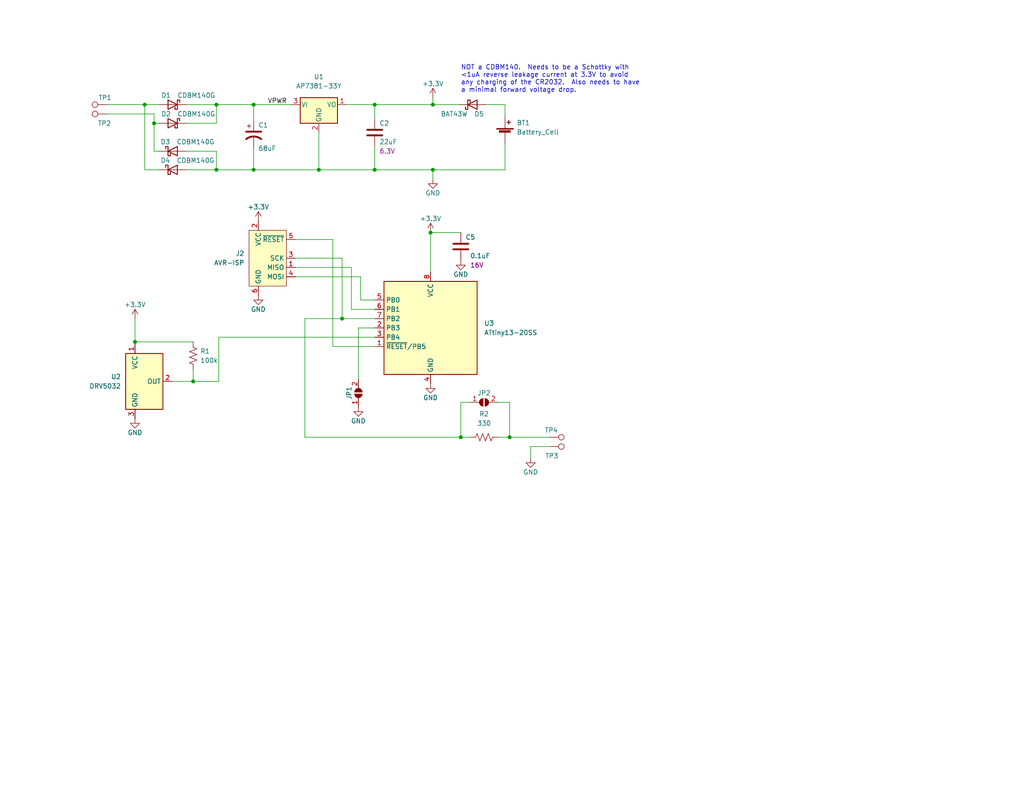
<source format=kicad_sch>
(kicad_sch (version 20211123) (generator eeschema)
  (paper "USLetter")
  (title_block (title "MSS Crossover Block Detector") (company "Iowa Scaled Engineering"))
  (lib_symbols
    (symbol "Connector:TestPoint" (pin_numbers hide) (pin_names (offset 0.762) hide)
      (property "Reference" "TP" (at 0 6.858 0))
      (property "Value" "TestPoint" (at 0 5.08 0))
      (symbol "TestPoint_0_1"
        (circle (center 0 3.302) (radius 0.762))
      )
      (symbol "TestPoint_1_1"
        (pin passive line (at 0 0 90) (length 2.54) (name "1") (number "1"))
      )
    )
    (symbol "Device:Battery_Cell" (pin_numbers hide) (pin_names (offset 0) hide)
      (property "Reference" "BT" (at 2.54 2.54 0))
      (property "Value" "Battery_Cell" (at 2.54 0 0))
      (symbol "Battery_Cell_0_1"
        (rectangle (start -2.286 1.778) (end 2.286 1.524) (fill (type outline)))
        (rectangle (start -1.5748 1.1938) (end 1.4732 0.6858) (fill (type outline)))
        (polyline (pts (xy 0 0.762) (xy 0 0)))
        (polyline (pts (xy 0 1.778) (xy 0 2.54)))
        (polyline (pts (xy 0.508 3.429) (xy 1.524 3.429)) (stroke (width 0.254)))
        (polyline (pts (xy 1.016 3.937) (xy 1.016 2.921)) (stroke (width 0.254)))
      )
      (symbol "Battery_Cell_1_1"
        (pin passive line (at 0 5.08 270) (length 2.54) (name "+") (number "1"))
        (pin passive line (at 0 -2.54 90) (length 2.54) (name "-") (number "2"))
      )
    )
    (symbol "Device:C" (pin_numbers hide) (pin_names (offset 0.254))
      (property "Reference" "C" (at 0.635 2.54 0))
      (property "Value" "C" (at 0.635 -2.54 0))
      (symbol "C_0_1"
        (polyline (pts (xy -2.032 -0.762) (xy 2.032 -0.762)) (stroke (width 0.508)))
        (polyline (pts (xy -2.032 0.762) (xy 2.032 0.762)) (stroke (width 0.508)))
      )
      (symbol "C_1_1"
        (pin passive line (at 0 3.81 270) (length 2.794) (name "~") (number "1"))
        (pin passive line (at 0 -3.81 90) (length 2.794) (name "~") (number "2"))
      )
    )
    (symbol "Device:C_Polarized_US" (pin_numbers hide) (pin_names (offset 0.254) hide)
      (property "Reference" "C" (at 0.635 2.54 0))
      (property "Value" "C_Polarized_US" (at 0.635 -2.54 0))
      (symbol "C_Polarized_US_0_1"
        (polyline (pts (xy -2.032 0.762) (xy 2.032 0.762)) (stroke (width 0.508)))
        (polyline (pts (xy -1.778 2.286) (xy -0.762 2.286)))
        (polyline (pts (xy -1.27 1.778) (xy -1.27 2.794)))
        (arc (start 2.032 -1.27) (mid 0 -0.5572) (end -2.032 -1.27) (stroke (width 0.508)))
      )
      (symbol "C_Polarized_US_1_1"
        (pin passive line (at 0 3.81 270) (length 2.794) (name "~") (number "1"))
        (pin passive line (at 0 -3.81 90) (length 3.302) (name "~") (number "2"))
      )
    )
    (symbol "Device:D_Schottky" (pin_numbers hide) (pin_names (offset 1.016) hide)
      (property "Reference" "D" (at 0 2.54 0))
      (property "Value" "D_Schottky" (at 0 -2.54 0))
      (symbol "D_Schottky_0_1"
        (polyline (pts (xy 1.27 0) (xy -1.27 0)))
        (polyline (pts (xy 1.27 1.27) (xy 1.27 -1.27) (xy -1.27 0) (xy 1.27 1.27)) (stroke (width 0.254)))
        (polyline (pts (xy -1.905 0.635) (xy -1.905 1.27) (xy -1.27 1.27) (xy -1.27 -1.27) (xy -0.635 -1.27) (xy -0.635 -0.635)) (stroke (width 0.254)))
      )
      (symbol "D_Schottky_1_1"
        (pin passive line (at -3.81 0 0) (length 2.54) (name "K") (number "1"))
        (pin passive line (at 3.81 0 180) (length 2.54) (name "A") (number "2"))
      )
    )
    (symbol "Device:R_US" (pin_numbers hide) (pin_names (offset 0))
      (property "Reference" "R" (at 2.54 0 90))
      (property "Value" "R_US" (at -2.54 0 90))
      (symbol "R_US_0_1"
        (polyline (pts (xy 0 -2.286) (xy 0 -2.54)))
        (polyline (pts (xy 0 2.286) (xy 0 2.54)))
        (polyline (pts (xy 0 -0.762) (xy 1.016 -1.143) (xy 0 -1.524) (xy -1.016 -1.905) (xy 0 -2.286)))
        (polyline (pts (xy 0 0.762) (xy 1.016 0.381) (xy 0 0) (xy -1.016 -0.381) (xy 0 -0.762)))
        (polyline (pts (xy 0 2.286) (xy 1.016 1.905) (xy 0 1.524) (xy -1.016 1.143) (xy 0 0.762)))
      )
      (symbol "R_US_1_1"
        (pin passive line (at 0 3.81 270) (length 1.27) (name "~") (number "1"))
        (pin passive line (at 0 -3.81 90) (length 1.27) (name "~") (number "2"))
      )
    )
    (symbol "ISE_Generic:Conn_AVR_TagConnect_TC2030" (in_bom no)
      (property "Reference" "J" (at 2.54 11.43 0))
      (property "Value" "Conn_AVR_TagConnect_TC2030" (at 5.08 8.89 0))
      (symbol "Conn_AVR_TagConnect_TC2030_0_0"
        (pin output line (at 7.62 -2.54 180) (length 2.54) (name "MISO") (number "1"))
        (pin power_in line (at -2.54 10.16 270) (length 2.54) (name "VCC") (number "2"))
        (pin input line (at 7.62 0 180) (length 2.54) (name "SCK") (number "3"))
        (pin input line (at 7.62 -5.08 180) (length 2.54) (name "MOSI") (number "4"))
        (pin open_collector line (at 7.62 5.08 180) (length 2.54) (name "~{RESET}") (number "5"))
        (pin power_in line (at -2.54 -10.16 90) (length 2.54) (name "GND") (number "6"))
      )
      (symbol "Conn_AVR_TagConnect_TC2030_0_1"
        (rectangle (start -5.08 7.62) (end 5.08 -7.62) (fill (type background)))
      )
    )
    (symbol "Jumper:SolderJumper_2_Open" (pin_names (offset 0) hide)
      (property "Reference" "JP" (at 0 2.032 0))
      (property "Value" "SolderJumper_2_Open" (at 0 -2.54 0))
      (symbol "SolderJumper_2_Open_0_1"
        (arc (start -0.254 1.016) (mid -1.27 0) (end -0.254 -1.016))
        (arc (start -0.254 1.016) (mid -1.27 0) (end -0.254 -1.016) (fill (type outline)))
        (polyline (pts (xy -0.254 1.016) (xy -0.254 -1.016)))
        (polyline (pts (xy 0.254 1.016) (xy 0.254 -1.016)))
        (arc (start 0.254 -1.016) (mid 1.27 0) (end 0.254 1.016))
        (arc (start 0.254 -1.016) (mid 1.27 0) (end 0.254 1.016) (fill (type outline)))
      )
      (symbol "SolderJumper_2_Open_1_1"
        (pin passive line (at -3.81 0 0) (length 2.54) (name "A") (number "1"))
        (pin passive line (at 3.81 0 180) (length 2.54) (name "B") (number "2"))
      )
    )
    (symbol "MCU_Microchip_ATtiny:ATtiny13-20SS"
      (property "Reference" "U" (at -12.7 13.97 0))
      (property "Value" "ATtiny13-20SS" (at 2.54 -13.97 0))
      (symbol "ATtiny13-20SS_0_1"
        (rectangle (start -12.7 -12.7) (end 12.7 12.7) (stroke (width 0.254)) (fill (type background)))
      )
      (symbol "ATtiny13-20SS_1_1"
        (pin bidirectional line (at 15.24 -5.08 180) (length 2.54) (name "~{RESET}/PB5") (number "1"))
        (pin bidirectional line (at 15.24 0 180) (length 2.54) (name "PB3") (number "2"))
        (pin bidirectional line (at 15.24 -2.54 180) (length 2.54) (name "PB4") (number "3"))
        (pin power_in line (at 0 -15.24 90) (length 2.54) (name "GND") (number "4"))
        (pin bidirectional line (at 15.24 7.62 180) (length 2.54) (name "PB0") (number "5"))
        (pin bidirectional line (at 15.24 5.08 180) (length 2.54) (name "PB1") (number "6"))
        (pin bidirectional line (at 15.24 2.54 180) (length 2.54) (name "PB2") (number "7"))
        (pin power_in line (at 0 15.24 270) (length 2.54) (name "VCC") (number "8"))
      )
    )
    (symbol "Regulator_Linear:AP7384-33Y" (pin_names (offset 0.254))
      (property "Reference" "U" (at -3.81 3.175 0))
      (property "Value" "AP7384-33Y" (at 0 3.175 0))
      (symbol "AP7384-33Y_0_1"
        (rectangle (start -5.08 1.905) (end 5.08 -5.08) (stroke (width 0.254)) (fill (type background)))
      )
      (symbol "AP7384-33Y_1_1"
        (pin power_out line (at 7.62 0 180) (length 2.54) (name "VO") (number "1"))
        (pin power_in line (at 0 -7.62 90) (length 2.54) (name "GND") (number "2"))
        (pin power_in line (at -7.62 0 0) (length 2.54) (name "VI") (number "3"))
      )
    )
    (symbol "Sensor_Magnetic:DRV5033AJxDBZ"
      (property "Reference" "U" (at 2.54 12.7 0))
      (property "Value" "DRV5033AJxDBZ" (at 2.54 10.16 0))
      (symbol "DRV5033AJxDBZ_1_1"
        (rectangle (start -5.08 7.62) (end 5.08 -7.62) (stroke (width 0.254)) (fill (type background)))
        (pin power_in line (at -2.54 10.16 270) (length 2.54) (name "VCC") (number "1"))
        (pin output line (at 7.62 0 180) (length 2.54) (name "OUT") (number "2"))
        (pin power_in line (at -2.54 -10.16 90) (length 2.54) (name "GND") (number "3"))
      )
    )
    (symbol "power:+3.3V" (power) (pin_names (offset 0))
      (property "Value" "+3.3V" (at 0 3.556 0))
      (symbol "+3.3V_0_1"
        (polyline (pts (xy -0.762 1.27) (xy 0 2.54)))
        (polyline (pts (xy 0 0) (xy 0 2.54)))
        (polyline (pts (xy 0 2.54) (xy 0.762 1.27)))
      )
      (symbol "+3.3V_1_1"
        (pin power_in line (at 0 0 90) (length 0) hide (name "+3.3V") (number "1"))
      )
    )
    (symbol "power:GND" (power) (pin_names (offset 0))
      (property "Value" "GND" (at 0 -3.81 0))
      (symbol "GND_0_1"
        (polyline (pts (xy 0 0) (xy 0 -1.27) (xy 1.27 -1.27) (xy 0 -2.54) (xy -1.27 -1.27) (xy 0 -1.27)))
      )
      (symbol "GND_1_1"
        (pin power_in line (at 0 0 270) (length 0) hide (name "GND") (number "1"))
      )
    )
  )
  (junction (at 36.83 93.345))
  (junction (at 117.475 63.5))
  (junction (at 59.055 28.575))
  (junction (at 69.215 28.575))
  (junction (at 118.11 46.355))
  (junction (at 42.037 33.655))
  (junction (at 59.055 46.355))
  (junction (at 39.497 28.575))
  (junction (at 86.995 46.355))
  (junction (at 52.705 104.14))
  (junction (at 69.215 46.355))
  (junction (at 139.065 119.38))
  (junction (at 118.11 28.575))
  (junction (at 102.235 46.355))
  (junction (at 125.73 119.38))
  (junction (at 102.235 28.575))
  (junction (at 93.345 86.995))
  (wire (pts (xy 80.645 73.025) (xy 95.885 73.025)))
  (wire (pts (xy 94.615 28.575) (xy 102.235 28.575)))
  (wire (pts (xy 86.995 46.355) (xy 102.235 46.355)))
  (wire (pts (xy 98.425 81.915) (xy 102.235 81.915)))
  (wire (pts (xy 69.215 28.575) (xy 69.215 32.893)))
  (wire (pts (xy 135.89 119.38) (xy 139.065 119.38)))
  (wire (pts (xy 125.73 119.38) (xy 83.185 119.38)))
  (wire (pts (xy 83.185 86.995) (xy 93.345 86.995)))
  (wire (pts (xy 139.065 109.855) (xy 139.065 119.38)))
  (wire (pts (xy 144.78 121.92) (xy 149.86 121.92)))
  (wire (pts (xy 42.037 41.275) (xy 42.037 33.655)))
  (wire (pts (xy 117.475 63.5) (xy 117.475 74.295)))
  (wire (pts (xy 118.11 28.575) (xy 125.095 28.575)))
  (wire (pts (xy 36.83 86.995) (xy 36.83 93.345)))
  (wire (pts (xy 86.995 36.195) (xy 86.995 46.355)))
  (wire (pts (xy 36.83 93.345) (xy 52.705 93.345)))
  (wire (pts (xy 144.78 125.095) (xy 144.78 121.92)))
  (wire (pts (xy 135.89 109.855) (xy 139.065 109.855)))
  (wire (pts (xy 29.21 31.115) (xy 42.037 31.115)))
  (wire (pts (xy 39.497 46.355) (xy 39.497 28.575)))
  (wire (pts (xy 59.055 28.575) (xy 69.215 28.575)))
  (wire (pts (xy 36.83 93.345) (xy 36.83 93.98)))
  (wire (pts (xy 102.235 94.615) (xy 90.805 94.615)))
  (wire (pts (xy 90.805 65.405) (xy 80.645 65.405)))
  (wire (pts (xy 50.927 46.355) (xy 59.055 46.355)))
  (wire (pts (xy 80.645 75.565) (xy 98.425 75.565)))
  (wire (pts (xy 90.805 94.615) (xy 90.805 65.405)))
  (wire (pts (xy 69.215 28.575) (xy 79.375 28.575)))
  (wire (pts (xy 97.79 103.505) (xy 97.79 89.535)))
  (wire (pts (xy 102.235 28.575) (xy 102.235 32.385)))
  (wire (pts (xy 52.705 100.965) (xy 52.705 104.14)))
  (wire (pts (xy 93.345 86.995) (xy 102.235 86.995)))
  (wire (pts (xy 118.11 46.355) (xy 118.11 48.895)))
  (wire (pts (xy 50.927 28.575) (xy 59.055 28.575)))
  (wire (pts (xy 59.055 41.275) (xy 59.055 46.355)))
  (wire (pts (xy 59.055 46.355) (xy 69.215 46.355)))
  (wire (pts (xy 128.27 109.855) (xy 125.73 109.855)))
  (wire (pts (xy 95.885 73.025) (xy 95.885 84.455)))
  (wire (pts (xy 43.307 41.275) (xy 42.037 41.275)))
  (wire (pts (xy 125.73 109.855) (xy 125.73 119.38)))
  (wire (pts (xy 102.235 92.075) (xy 59.69 92.075)))
  (wire (pts (xy 59.69 104.14) (xy 52.705 104.14)))
  (wire (pts (xy 117.475 63.5) (xy 125.73 63.5)))
  (wire (pts (xy 139.065 119.38) (xy 149.86 119.38)))
  (wire (pts (xy 102.235 46.355) (xy 118.11 46.355)))
  (wire (pts (xy 52.705 104.14) (xy 46.99 104.14)))
  (wire (pts (xy 137.795 28.575) (xy 137.795 31.75)))
  (wire (pts (xy 59.69 92.075) (xy 59.69 104.14)))
  (wire (pts (xy 42.037 33.655) (xy 42.037 31.115)))
  (wire (pts (xy 118.11 26.67) (xy 118.11 28.575)))
  (wire (pts (xy 69.215 40.513) (xy 69.215 46.355)))
  (wire (pts (xy 95.885 84.455) (xy 102.235 84.455)))
  (wire (pts (xy 102.235 28.575) (xy 118.11 28.575)))
  (wire (pts (xy 118.11 46.355) (xy 137.795 46.355)))
  (wire (pts (xy 128.27 119.38) (xy 125.73 119.38)))
  (wire (pts (xy 132.715 28.575) (xy 137.795 28.575)))
  (wire (pts (xy 69.215 46.355) (xy 86.995 46.355)))
  (wire (pts (xy 83.185 119.38) (xy 83.185 86.995)))
  (wire (pts (xy 50.927 33.655) (xy 59.055 33.655)))
  (wire (pts (xy 98.425 75.565) (xy 98.425 81.915)))
  (wire (pts (xy 43.307 33.655) (xy 42.037 33.655)))
  (wire (pts (xy 50.927 41.275) (xy 59.055 41.275)))
  (wire (pts (xy 39.497 28.575) (xy 43.307 28.575)))
  (wire (pts (xy 39.497 46.355) (xy 43.307 46.355)))
  (wire (pts (xy 93.345 70.485) (xy 93.345 86.995)))
  (wire (pts (xy 102.235 40.005) (xy 102.235 46.355)))
  (wire (pts (xy 80.645 70.485) (xy 93.345 70.485)))
  (wire (pts (xy 97.79 89.535) (xy 102.235 89.535)))
  (wire (pts (xy 29.21 28.575) (xy 39.497 28.575)))
  (wire (pts (xy 59.055 33.655) (xy 59.055 28.575)))
  (wire (pts (xy 137.795 46.355) (xy 137.795 39.37)))
  (text "NOT a CDBM140.  Needs to be a Schottky with\n<1uA reverse leakage current at 3.3V to avoid\nany charging of the CR2032.  Also needs to have\na minimal forward voltage drop." (at 125.73 25.4 0) (effects (font (size 1.27 1.27)) (justify left bottom)))
  (label "VPWR" (at 73.025 28.575 0))
  (symbol (lib_id "power:GND") (at 125.73 71.12 0) (unit 1)
    (property "Reference" "#PWR0107" (effects hide))
    (property "Value" "GND" (at 125.73 74.93 0))
  )
  (symbol (lib_id "Device:C") (at 125.73 67.31 0) (unit 1)
    (property "Reference" "C5" (at 127 64.77 0) (effects (justify left)))
    (property "Value" "0.1uF" (at 128.27 69.85 0) (effects (justify left)))
    (property "Footprint" "Capacitor_SMD:C_0805_2012Metric" (effects hide))
    (property "Voltage" "16V" (at 128.27 72.39 0) (effects (justify left)))
  )
  (symbol (lib_id "Device:R_US") (at 132.08 119.38 90) (unit 1)
    (property "Reference" "R2" (at 132.08 113.03 90))
    (property "Value" "330" (at 132.08 115.57 90))
    (property "Footprint" "Resistor_SMD:R_0805_2012Metric" (effects hide))
  )
  (symbol (lib_id "MCU_Microchip_ATtiny:ATtiny13-20SS") (at 117.475 89.535 0) (mirror y) (unit 1)
    (property "Reference" "U3" (at 132.08 88.2649 0) (effects (justify right)))
    (property "Value" "ATtiny13-20SS" (at 132.08 90.8049 0) (effects (justify right)))
    (property "Footprint" "Package_SO:SOIC-8_3.9x4.9mm_P1.27mm" (effects hide))
    (property "Datasheet" "http://ww1.microchip.com/downloads/en/DeviceDoc/doc2535.pdf" (effects hide))
  )
  (symbol (lib_id "Device:D_Schottky") (at 47.117 46.355 0) (unit 1)
    (property "Reference" "D4" (at 46.482 43.815 0) (effects (justify right)))
    (property "Value" "CDBM140G" (at 58.547 43.815 0) (effects (justify right)))
    (property "Footprint" "ISE_Generic:SOD-123T" (effects hide))
  )
  (symbol (lib_id "power:GND") (at 144.78 125.095 0) (unit 1)
    (property "Reference" "#PWR06" (effects hide))
    (property "Value" "GND" (at 144.78 128.905 0))
  )
  (symbol (lib_id "Device:D_Schottky") (at 47.117 33.655 0) (mirror y) (unit 1)
    (property "Reference" "D2" (at 43.942 31.115 0) (effects (justify right)))
    (property "Value" "CDBM140G" (at 48.387 31.115 0) (effects (justify right)))
    (property "Footprint" "ISE_Generic:SOD-123T" (effects hide))
  )
  (symbol (lib_id "Device:D_Schottky") (at 47.117 41.275 0) (unit 1)
    (property "Reference" "D3" (at 46.482 38.735 0) (effects (justify right)))
    (property "Value" "CDBM140G" (at 58.547 38.735 0) (effects (justify right)))
    (property "Footprint" "ISE_Generic:SOD-123T" (effects hide))
  )
  (symbol (lib_id "power:GND") (at 117.475 104.775 0) (unit 1)
    (property "Reference" "#PWR0105" (effects hide))
    (property "Value" "GND" (at 117.475 108.585 0))
  )
  (symbol (lib_id "Connector:TestPoint") (at 29.21 28.575 90) (unit 1)
    (property "Reference" "TP1" (at 30.48 26.67 90) (effects (justify left)))
    (property "Value" "TestPoint" (effects hide))
    (property "Footprint" "TestPoint:TestPoint_Pad_4.0x4.0mm" (effects hide))
  )
  (symbol (lib_id "power:GND") (at 97.79 111.125 0) (unit 1)
    (property "Reference" "#PWR02" (effects hide))
    (property "Value" "GND" (at 97.79 114.935 0))
  )
  (symbol (lib_id "Device:D_Schottky") (at 128.905 28.575 0) (mirror x) (unit 1)
    (property "Reference" "D5" (at 132.08 31.115 0) (effects (justify right)))
    (property "Value" "BAT43W" (at 127.635 31.115 0) (effects (justify right)))
    (property "Footprint" "ISE_Generic:SOD-123T" (effects hide))
  )
  (symbol (lib_id "Device:C_Polarized_US") (at 69.215 36.703 0) (unit 1)
    (property "Reference" "C1" (at 70.485 34.163 0) (effects (justify left)))
    (property "Value" "68uF" (at 70.485 40.513 0) (effects (justify left)))
    (property "Footprint" "Capacitor_SMD:CP_Elec_6.3x5.8" (effects hide))
  )
  (symbol (lib_id "power:+3.3V") (at 117.475 63.5 0) (unit 1)
    (property "Reference" "#PWR0106" (effects hide))
    (property "Value" "+3.3V" (at 117.475 59.69 0))
  )
  (symbol (lib_id "Connector:TestPoint") (at 149.86 121.92 270) (mirror x) (unit 1)
    (property "Reference" "TP3" (at 152.4 124.46 90) (effects (justify right)))
    (property "Value" "TestPoint" (effects hide))
    (property "Footprint" "TestPoint:TestPoint_Pad_4.0x4.0mm" (effects hide))
  )
  (symbol (lib_id "Jumper:SolderJumper_2_Open") (at 97.79 107.315 90) (unit 1)
    (property "Reference" "JP1" (at 95.25 107.315 0))
    (property "Value" "SolderJumper_2_Open" (effects hide))
    (property "Footprint" "Jumper:SolderJumper-2_P1.3mm_Open_RoundedPad1.0x1.5mm" (effects hide))
  )
  (symbol (lib_id "Connector:TestPoint") (at 29.21 31.115 90) (unit 1)
    (property "Reference" "TP2" (at 26.67 33.655 90) (effects (justify right)))
    (property "Value" "TestPoint" (effects hide))
    (property "Footprint" "TestPoint:TestPoint_Pad_4.0x4.0mm" (effects hide))
  )
  (symbol (lib_id "ISE_Generic:Conn_AVR_TagConnect_TC2030") (at 73.025 70.485 0) (unit 1) (in_bom no)
    (property "Reference" "J2" (at 66.675 69.2149 0) (effects (justify right)))
    (property "Value" "AVR-ISP" (at 66.675 71.7549 0) (effects (justify right)))
    (property "Footprint" "Connector:Tag-Connect_TC2030-IDC-NL_2x03_P1.27mm_Vertical" (effects hide))
    (property "Datasheet" "https://www.tag-connect.com/wp-content/uploads/bsk-pdf-manager/TC2030-CTX_1.pdf" (effects hide))
  )
  (symbol (lib_id "power:+3.3V") (at 70.485 60.325 0) (unit 1)
    (property "Reference" "#PWR0112" (effects hide))
    (property "Value" "+3.3V" (at 70.485 56.515 0))
  )
  (symbol (lib_id "Regulator_Linear:AP7384-33Y") (at 86.995 28.575 0) (unit 1)
    (property "Reference" "U1" (at 86.995 20.955 0))
    (property "Value" "AP7381-33Y" (at 86.995 23.495 0))
    (property "Footprint" "ISE_Generic:SOT-89-3" (effects hide))
    (property "Datasheet" "https://www.diodes.com/assets/Datasheets/AP7381.pdf" (effects hide))
  )
  (symbol (lib_id "Jumper:SolderJumper_2_Open") (at 132.08 109.855 0) (unit 1)
    (property "Reference" "JP2" (at 132.08 107.315 0))
    (property "Value" "SolderJumper_2_Open" (effects hide))
    (property "Footprint" "Jumper:SolderJumper-2_P1.3mm_Open_RoundedPad1.0x1.5mm" (effects hide))
  )
  (symbol (lib_id "Device:R_US") (at 52.705 97.155 0) (unit 1)
    (property "Reference" "R1" (at 54.61 95.8849 0) (effects (justify left)))
    (property "Value" "100k" (at 54.61 98.4249 0) (effects (justify left)))
    (property "Footprint" "Resistor_SMD:R_0805_2012Metric" (effects hide))
  )
  (symbol (lib_id "power:GND") (at 118.11 48.895 0) (unit 1)
    (property "Reference" "#PWR05" (effects hide))
    (property "Value" "GND" (at 118.11 52.705 0))
  )
  (symbol (lib_id "Device:Battery_Cell") (at 137.795 36.83 0) (unit 1)
    (property "Reference" "BT1" (at 140.97 33.5279 0) (effects (justify left)))
    (property "Value" "Battery_Cell" (at 140.97 36.0679 0) (effects (justify left)))
    (property "Footprint" "Battery:BatteryHolder_Keystone_3034_1x20mm" (effects hide))
  )
  (symbol (lib_id "Device:D_Schottky") (at 47.117 28.575 0) (mirror y) (unit 1)
    (property "Reference" "D1" (at 43.942 26.035 0) (effects (justify right)))
    (property "Value" "CDBM140G" (at 48.387 26.035 0) (effects (justify right)))
    (property "Footprint" "ISE_Generic:SOD-123T" (effects hide))
  )
  (symbol (lib_id "power:GND") (at 36.83 114.3 0) (unit 1)
    (property "Reference" "#PWR03" (effects hide))
    (property "Value" "GND" (at 36.83 118.11 0))
  )
  (symbol (lib_id "Connector:TestPoint") (at 149.86 119.38 270) (mirror x) (unit 1)
    (property "Reference" "TP4" (at 148.59 117.475 90) (effects (justify left)))
    (property "Value" "TestPoint" (effects hide))
    (property "Footprint" "TestPoint:TestPoint_Pad_4.0x4.0mm" (effects hide))
  )
  (symbol (lib_id "power:GND") (at 70.485 80.645 0) (unit 1)
    (property "Reference" "#PWR0113" (effects hide))
    (property "Value" "GND" (at 70.485 84.455 0))
  )
  (symbol (lib_id "power:+3.3V") (at 36.83 86.995 0) (unit 1)
    (property "Reference" "#PWR01" (effects hide))
    (property "Value" "+3.3V" (at 36.83 83.185 0))
  )
  (symbol (lib_id "Device:C") (at 102.235 36.195 0) (unit 1)
    (property "Reference" "C2" (at 103.505 33.655 0) (effects (justify left)))
    (property "Value" "22uF" (at 103.505 38.735 0) (effects (justify left)))
    (property "Footprint" "Capacitor_SMD:C_0805_2012Metric" (effects hide))
    (property "Voltage" "6.3V" (at 103.505 41.275 0) (effects (justify left)))
  )
  (symbol (lib_id "power:+3.3V") (at 118.11 26.67 0) (unit 1)
    (property "Reference" "#PWR04" (effects hide))
    (property "Value" "+3.3V" (at 118.11 22.86 0))
  )
  (symbol (lib_id "Sensor_Magnetic:DRV5033AJxDBZ") (at 39.37 104.14 0) (unit 1)
    (property "Reference" "U2" (at 33.02 102.8699 0) (effects (justify right)))
    (property "Value" "DRV5032" (at 33.02 105.4099 0) (effects (justify right)))
    (property "Footprint" "Package_TO_SOT_SMD:SOT-23" (effects hide))
    (property "Datasheet" "https://www.ti.com/lit/ds/symlink/drv5033.pdf" (effects hide))
  )
)
</source>
